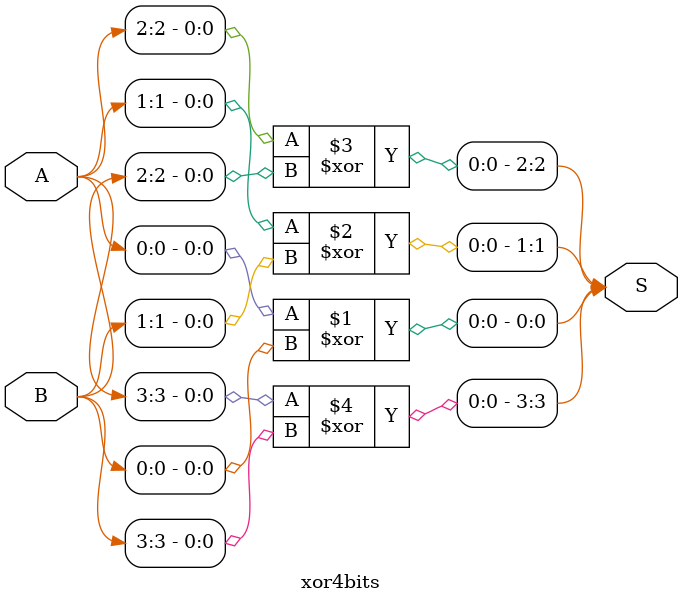
<source format=v>
module xor4bits (
    output [3:0] S,
    input  [3:0] A,
    input  [3:0] B
);

    // Instanciando uma porta XOR para cada bit
    xor xor0(S[0], A[0], B[0]);
    xor xor1(S[1], A[1], B[1]);
    xor xor2(S[2], A[2], B[2]);
    xor xor3(S[3], A[3], B[3]);
    
endmodule
</source>
